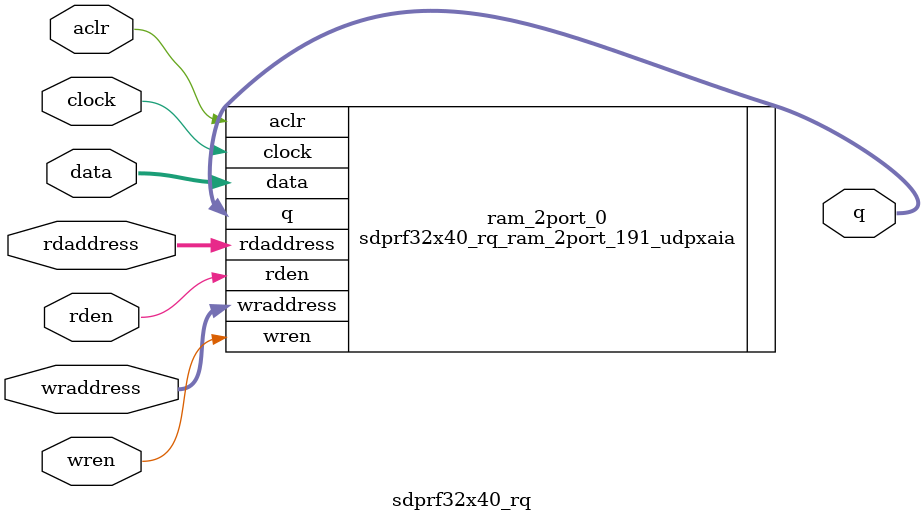
<source format=v>

`timescale 1 ps / 1 ps
module sdprf32x40_rq (
		input  wire [39:0] data,      //  ram_input.datain
		input  wire [4:0]  wraddress, //           .wraddress
		input  wire [4:0]  rdaddress, //           .rdaddress
		input  wire        wren,      //           .wren
		input  wire        clock,     //           .clock
		input  wire        rden,      //           .rden
		input  wire        aclr,      //           .aclr
		output wire [39:0] q          // ram_output.dataout
	);

	sdprf32x40_rq_ram_2port_191_udpxaia ram_2port_0 (
		.data      (data),      //  ram_input.datain
		.wraddress (wraddress), //           .wraddress
		.rdaddress (rdaddress), //           .rdaddress
		.wren      (wren),      //           .wren
		.clock     (clock),     //           .clock
		.rden      (rden),      //           .rden
		.aclr      (aclr),      //           .aclr
		.q         (q)          // ram_output.dataout
	);

endmodule

</source>
